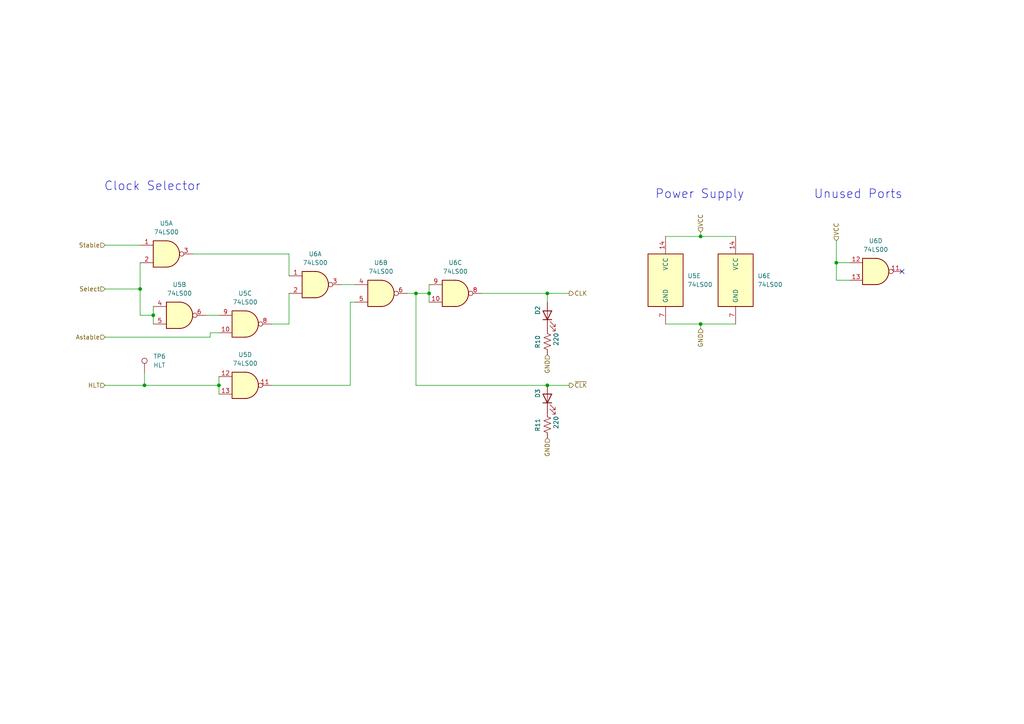
<source format=kicad_sch>
(kicad_sch (version 20250114) (generator "eeschema") (generator_version "9.0")
  (paper "A4")
  (lib_symbols
    (symbol "74xx:74LS00" (pin_names (offset 1.016))
      (property "Reference" "U" (at 0 1.27 0))
      (property "Value" "74LS00" (at 0 -1.27 0))
      (symbol "74LS00_1_1"
        (arc (start 0 3.81) (mid 3.7934 0) (end 0 -3.81) (stroke (width 0.254)) (fill (type background)))
        (polyline (pts (xy 0 3.81) (xy -3.81 3.81) (xy -3.81 -3.81) (xy 0 -3.81)) (stroke (width 0.254)) (fill (type background)))
        (pin input line (at -7.62 2.54 0) (length 3.81) (name "~") (number "1"))
        (pin input line (at -7.62 -2.54 0) (length 3.81) (name "~") (number "2"))
        (pin output inverted (at 7.62 0 180) (length 3.81) (name "~") (number "3"))
      )
      (symbol "74LS00_1_2"
        (arc (start -3.81 3.81) (mid -2.589 0) (end -3.81 -3.81) (stroke (width 0.254)))
        (polyline (pts (xy -3.81 3.81) (xy -0.635 3.81)) (stroke (width 0.254)) (fill (type background)))
        (polyline (pts (xy -3.81 -3.81) (xy -0.635 -3.81)) (stroke (width 0.254)) (fill (type background)))
        (arc (start 3.81 0) (mid 2.1855 -2.584) (end -0.6096 -3.81) (stroke (width 0.254)) (fill (type background)))
        (arc (start -0.6096 3.81) (mid 2.1928 2.5924) (end 3.81 0) (stroke (width 0.254)) (fill (type background)))
        (polyline (pts (xy -0.635 3.81) (xy -3.81 3.81) (xy -3.81 3.81) (xy -3.556 3.4036) (xy -3.0226 2.2606) (xy -2.6924 1.0414) (xy -2.6162 -0.254) (xy -2.7686 -1.4986) (xy -3.175 -2.7178) (xy -3.81 -3.81) (xy -3.81 -3.81) (xy -0.635 -3.81)) (stroke (width -25.4)) (fill (type background)))
        (pin input inverted (at -7.62 2.54 0) (length 4.318) (name "~") (number "1"))
        (pin input inverted (at -7.62 -2.54 0) (length 4.318) (name "~") (number "2"))
        (pin output line (at 7.62 0 180) (length 3.81) (name "~") (number "3"))
      )
      (symbol "74LS00_2_1"
        (arc (start 0 3.81) (mid 3.7934 0) (end 0 -3.81) (stroke (width 0.254)) (fill (type background)))
        (polyline (pts (xy 0 3.81) (xy -3.81 3.81) (xy -3.81 -3.81) (xy 0 -3.81)) (stroke (width 0.254)) (fill (type background)))
        (pin input line (at -7.62 2.54 0) (length 3.81) (name "~") (number "4"))
        (pin input line (at -7.62 -2.54 0) (length 3.81) (name "~") (number "5"))
        (pin output inverted (at 7.62 0 180) (length 3.81) (name "~") (number "6"))
      )
      (symbol "74LS00_2_2"
        (arc (start -3.81 3.81) (mid -2.589 0) (end -3.81 -3.81) (stroke (width 0.254)))
        (polyline (pts (xy -3.81 3.81) (xy -0.635 3.81)) (stroke (width 0.254)) (fill (type background)))
        (polyline (pts (xy -3.81 -3.81) (xy -0.635 -3.81)) (stroke (width 0.254)) (fill (type background)))
        (arc (start 3.81 0) (mid 2.1855 -2.584) (end -0.6096 -3.81) (stroke (width 0.254)) (fill (type background)))
        (arc (start -0.6096 3.81) (mid 2.1928 2.5924) (end 3.81 0) (stroke (width 0.254)) (fill (type background)))
        (polyline (pts (xy -0.635 3.81) (xy -3.81 3.81) (xy -3.81 3.81) (xy -3.556 3.4036) (xy -3.0226 2.2606) (xy -2.6924 1.0414) (xy -2.6162 -0.254) (xy -2.7686 -1.4986) (xy -3.175 -2.7178) (xy -3.81 -3.81) (xy -3.81 -3.81) (xy -0.635 -3.81)) (stroke (width -25.4)) (fill (type background)))
        (pin input inverted (at -7.62 2.54 0) (length 4.318) (name "~") (number "4"))
        (pin input inverted (at -7.62 -2.54 0) (length 4.318) (name "~") (number "5"))
        (pin output line (at 7.62 0 180) (length 3.81) (name "~") (number "6"))
      )
      (symbol "74LS00_3_1"
        (arc (start 0 3.81) (mid 3.7934 0) (end 0 -3.81) (stroke (width 0.254)) (fill (type background)))
        (polyline (pts (xy 0 3.81) (xy -3.81 3.81) (xy -3.81 -3.81) (xy 0 -3.81)) (stroke (width 0.254)) (fill (type background)))
        (pin input line (at -7.62 2.54 0) (length 3.81) (name "~") (number "9"))
        (pin input line (at -7.62 -2.54 0) (length 3.81) (name "~") (number "10"))
        (pin output inverted (at 7.62 0 180) (length 3.81) (name "~") (number "8"))
      )
      (symbol "74LS00_3_2"
        (arc (start -3.81 3.81) (mid -2.589 0) (end -3.81 -3.81) (stroke (width 0.254)))
        (polyline (pts (xy -3.81 3.81) (xy -0.635 3.81)) (stroke (width 0.254)) (fill (type background)))
        (polyline (pts (xy -3.81 -3.81) (xy -0.635 -3.81)) (stroke (width 0.254)) (fill (type background)))
        (arc (start 3.81 0) (mid 2.1855 -2.584) (end -0.6096 -3.81) (stroke (width 0.254)) (fill (type background)))
        (arc (start -0.6096 3.81) (mid 2.1928 2.5924) (end 3.81 0) (stroke (width 0.254)) (fill (type background)))
        (polyline (pts (xy -0.635 3.81) (xy -3.81 3.81) (xy -3.81 3.81) (xy -3.556 3.4036) (xy -3.0226 2.2606) (xy -2.6924 1.0414) (xy -2.6162 -0.254) (xy -2.7686 -1.4986) (xy -3.175 -2.7178) (xy -3.81 -3.81) (xy -3.81 -3.81) (xy -0.635 -3.81)) (stroke (width -25.4)) (fill (type background)))
        (pin input inverted (at -7.62 2.54 0) (length 4.318) (name "~") (number "9"))
        (pin input inverted (at -7.62 -2.54 0) (length 4.318) (name "~") (number "10"))
        (pin output line (at 7.62 0 180) (length 3.81) (name "~") (number "8"))
      )
      (symbol "74LS00_4_1"
        (arc (start 0 3.81) (mid 3.7934 0) (end 0 -3.81) (stroke (width 0.254)) (fill (type background)))
        (polyline (pts (xy 0 3.81) (xy -3.81 3.81) (xy -3.81 -3.81) (xy 0 -3.81)) (stroke (width 0.254)) (fill (type background)))
        (pin input line (at -7.62 2.54 0) (length 3.81) (name "~") (number "12"))
        (pin input line (at -7.62 -2.54 0) (length 3.81) (name "~") (number "13"))
        (pin output inverted (at 7.62 0 180) (length 3.81) (name "~") (number "11"))
      )
      (symbol "74LS00_4_2"
        (arc (start -3.81 3.81) (mid -2.589 0) (end -3.81 -3.81) (stroke (width 0.254)))
        (polyline (pts (xy -3.81 3.81) (xy -0.635 3.81)) (stroke (width 0.254)) (fill (type background)))
        (polyline (pts (xy -3.81 -3.81) (xy -0.635 -3.81)) (stroke (width 0.254)) (fill (type background)))
        (arc (start 3.81 0) (mid 2.1855 -2.584) (end -0.6096 -3.81) (stroke (width 0.254)) (fill (type background)))
        (arc (start -0.6096 3.81) (mid 2.1928 2.5924) (end 3.81 0) (stroke (width 0.254)) (fill (type background)))
        (polyline (pts (xy -0.635 3.81) (xy -3.81 3.81) (xy -3.81 3.81) (xy -3.556 3.4036) (xy -3.0226 2.2606) (xy -2.6924 1.0414) (xy -2.6162 -0.254) (xy -2.7686 -1.4986) (xy -3.175 -2.7178) (xy -3.81 -3.81) (xy -3.81 -3.81) (xy -0.635 -3.81)) (stroke (width -25.4)) (fill (type background)))
        (pin input inverted (at -7.62 2.54 0) (length 4.318) (name "~") (number "12"))
        (pin input inverted (at -7.62 -2.54 0) (length 4.318) (name "~") (number "13"))
        (pin output line (at 7.62 0 180) (length 3.81) (name "~") (number "11"))
      )
      (symbol "74LS00_5_0"
        (pin power_in line (at 0 12.7 270) (length 5.08) (name "VCC") (number "14"))
        (pin power_in line (at 0 -12.7 90) (length 5.08) (name "GND") (number "7"))
      )
      (symbol "74LS00_5_1"
        (rectangle (start -5.08 7.62) (end 5.08 -7.62) (stroke (width 0.254)) (fill (type background)))
      )
    )
    (symbol "Connector:TestPoint" (pin_numbers (hide yes)) (pin_names (offset 0.762) (hide yes))
      (property "Reference" "TP" (at 0 6.858 0))
      (property "Value" "TestPoint" (at 0 5.08 0))
      (symbol "TestPoint_0_1"
        (circle (center 0 3.302) (radius 0.762))
      )
      (symbol "TestPoint_1_1"
        (pin passive line (at 0 0 90) (length 2.54) (name "1") (number "1"))
      )
    )
    (symbol "Device:LED" (pin_numbers (hide yes)) (pin_names (offset 1.016) (hide yes))
      (property "Reference" "D" (at 0 2.54 0))
      (property "Value" "LED" (at 0 -2.54 0))
      (symbol "LED_0_1"
        (polyline (pts (xy -3.048 -0.762) (xy -4.572 -2.286) (xy -3.81 -2.286) (xy -4.572 -2.286) (xy -4.572 -1.524)))
        (polyline (pts (xy -1.778 -0.762) (xy -3.302 -2.286) (xy -2.54 -2.286) (xy -3.302 -2.286) (xy -3.302 -1.524)))
        (polyline (pts (xy -1.27 0) (xy 1.27 0)))
        (polyline (pts (xy -1.27 -1.27) (xy -1.27 1.27)) (stroke (width 0.254)))
        (polyline (pts (xy 1.27 -1.27) (xy 1.27 1.27) (xy -1.27 0) (xy 1.27 -1.27)) (stroke (width 0.254)))
      )
      (symbol "LED_1_1"
        (pin passive line (at -3.81 0 0) (length 2.54) (name "K") (number "1"))
        (pin passive line (at 3.81 0 180) (length 2.54) (name "A") (number "2"))
      )
    )
    (symbol "Device:R_US" (pin_numbers (hide yes)) (pin_names (offset 0))
      (property "Reference" "R" (at 2.54 0 90))
      (property "Value" "R_US" (at -2.54 0 90))
      (symbol "R_US_0_1"
        (polyline (pts (xy 0 2.286) (xy 0 2.54)))
        (polyline (pts (xy 0 2.286) (xy 1.016 1.905) (xy 0 1.524) (xy -1.016 1.143) (xy 0 0.762)))
        (polyline (pts (xy 0 0.762) (xy 1.016 0.381) (xy 0 0) (xy -1.016 -0.381) (xy 0 -0.762)))
        (polyline (pts (xy 0 -0.762) (xy 1.016 -1.143) (xy 0 -1.524) (xy -1.016 -1.905) (xy 0 -2.286)))
        (polyline (pts (xy 0 -2.286) (xy 0 -2.54)))
      )
      (symbol "R_US_1_1"
        (pin passive line (at 0 3.81 270) (length 1.27) (name "~") (number "1"))
        (pin passive line (at 0 -3.81 90) (length 1.27) (name "~") (number "2"))
      )
    )
  )
  (text "Power Supply" (at 202.946 56.388 0) (effects (font (size 2.54 2.54))))
  (text "Unused Ports" (at 248.92 56.388 0) (effects (font (size 2.54 2.54))))
  (text "Clock Selector" (at 44.196 54.102 0) (effects (font (size 2.54 2.54))))
  (junction (at 203.2 68.58))
  (junction (at 40.64 83.82))
  (junction (at 120.65 85.09))
  (junction (at 203.2 93.98))
  (junction (at 63.5 111.76))
  (junction (at 41.91 111.76))
  (junction (at 158.75 85.09))
  (junction (at 44.45 91.44))
  (junction (at 124.46 85.09))
  (junction (at 158.75 111.76))
  (junction (at 242.57 76.2))
  (no_connect (at 261.62 78.74))
  (wire (pts (xy 203.2 95.25) (xy 203.2 93.98)))
  (wire (pts (xy 40.64 83.82) (xy 40.64 91.44)))
  (wire (pts (xy 242.57 69.85) (xy 242.57 76.2)))
  (wire (pts (xy 41.91 111.76) (xy 63.5 111.76)))
  (wire (pts (xy 83.82 73.66) (xy 83.82 80.01)))
  (wire (pts (xy 78.74 93.98) (xy 83.82 93.98)))
  (wire (pts (xy 63.5 109.22) (xy 63.5 111.76)))
  (wire (pts (xy 242.57 76.2) (xy 242.57 81.28)))
  (wire (pts (xy 30.48 71.12) (xy 40.64 71.12)))
  (wire (pts (xy 203.2 68.58) (xy 213.36 68.58)))
  (wire (pts (xy 242.57 76.2) (xy 246.38 76.2)))
  (wire (pts (xy 124.46 85.09) (xy 124.46 82.55)))
  (wire (pts (xy 60.96 97.79) (xy 60.96 96.52)))
  (wire (pts (xy 203.2 67.31) (xy 203.2 68.58)))
  (wire (pts (xy 158.75 85.09) (xy 165.1 85.09)))
  (wire (pts (xy 101.6 111.76) (xy 101.6 87.63)))
  (wire (pts (xy 120.65 85.09) (xy 124.46 85.09)))
  (wire (pts (xy 30.48 83.82) (xy 40.64 83.82)))
  (wire (pts (xy 118.11 85.09) (xy 120.65 85.09)))
  (wire (pts (xy 41.91 107.95) (xy 41.91 111.76)))
  (wire (pts (xy 203.2 68.58) (xy 193.04 68.58)))
  (wire (pts (xy 139.7 85.09) (xy 158.75 85.09)))
  (wire (pts (xy 203.2 93.98) (xy 213.36 93.98)))
  (wire (pts (xy 30.48 111.76) (xy 41.91 111.76)))
  (wire (pts (xy 44.45 91.44) (xy 44.45 93.98)))
  (wire (pts (xy 44.45 88.9) (xy 44.45 91.44)))
  (wire (pts (xy 55.88 73.66) (xy 83.82 73.66)))
  (wire (pts (xy 101.6 87.63) (xy 102.87 87.63)))
  (wire (pts (xy 30.48 97.79) (xy 60.96 97.79)))
  (wire (pts (xy 124.46 85.09) (xy 124.46 87.63)))
  (wire (pts (xy 158.75 85.09) (xy 158.75 87.63)))
  (wire (pts (xy 83.82 85.09) (xy 83.82 93.98)))
  (wire (pts (xy 99.06 82.55) (xy 102.87 82.55)))
  (wire (pts (xy 193.04 93.98) (xy 203.2 93.98)))
  (wire (pts (xy 242.57 81.28) (xy 246.38 81.28)))
  (wire (pts (xy 40.64 76.2) (xy 40.64 83.82)))
  (wire (pts (xy 158.75 111.76) (xy 165.1 111.76)))
  (wire (pts (xy 60.96 96.52) (xy 63.5 96.52)))
  (wire (pts (xy 63.5 111.76) (xy 63.5 114.3)))
  (wire (pts (xy 120.65 111.76) (xy 158.75 111.76)))
  (wire (pts (xy 59.69 91.44) (xy 63.5 91.44)))
  (wire (pts (xy 78.74 111.76) (xy 101.6 111.76)))
  (wire (pts (xy 120.65 85.09) (xy 120.65 111.76)))
  (wire (pts (xy 40.64 91.44) (xy 44.45 91.44)))
  (hierarchical_label "GND" (shape input) (at 158.75 127 270))
  (hierarchical_label "CLK" (shape output) (at 165.1 85.09 0))
  (hierarchical_label "~{CLK}" (shape output) (at 165.1 111.76 0))
  (hierarchical_label "GND" (shape input) (at 158.75 102.87 270))
  (hierarchical_label "Stable" (shape input) (at 30.48 71.12 180))
  (hierarchical_label "VCC" (shape input) (at 203.2 67.31 90))
  (hierarchical_label "HLT" (shape input) (at 30.48 111.76 180))
  (hierarchical_label "Select" (shape input) (at 30.48 83.82 180))
  (hierarchical_label "VCC" (shape input) (at 242.57 69.85 90))
  (hierarchical_label "Astable" (shape input) (at 30.48 97.79 180))
  (hierarchical_label "GND" (shape input) (at 203.2 95.25 270))
  (symbol (lib_id "Device:LED") (at 158.75 91.44 90) (unit 1)
    (property "Reference" "D2" (at 155.956 88.646 0) (effects (justify right)))
    (property "Value" "BLUE" (effects (hide yes)))
    (property "Footprint" "LED_THT:LED_D5.0mm" (effects (hide yes)))
    (property "Description" "Light emitting diode" (effects (hide yes)))
    (property "Sim.Pins" "1=K 2=A" (effects (hide yes)))
  )
  (symbol (lib_id "74xx:74LS00") (at 71.12 93.98 0) (unit 3)
    (property "Reference" "U5" (at 71.1117 85.09 0))
    (property "Value" "74LS00" (at 71.1117 87.63 0))
    (property "Footprint" "Package_DIP:DIP-14_W7.62mm" (effects (hide yes)))
    (property "Datasheet" "http://www.ti.com/lit/gpn/sn74ls00" (effects (hide yes)))
    (property "Description" "quad 2-input NAND gate" (effects (hide yes)))
  )
  (symbol (lib_id "74xx:74LS00") (at 48.26 73.66 0) (unit 1)
    (property "Reference" "U5" (at 48.2517 64.77 0))
    (property "Value" "74LS00" (at 48.2517 67.31 0))
    (property "Footprint" "Package_DIP:DIP-14_W7.62mm" (effects (hide yes)))
    (property "Datasheet" "http://www.ti.com/lit/gpn/sn74ls00" (effects (hide yes)))
    (property "Description" "quad 2-input NAND gate" (effects (hide yes)))
  )
  (symbol (lib_id "74xx:74LS00") (at 213.36 81.28 0) (unit 5)
    (property "Reference" "U6" (at 219.71 80.0099 0) (effects (justify left)))
    (property "Value" "74LS00" (at 219.71 82.5499 0) (effects (justify left)))
    (property "Footprint" "Package_DIP:DIP-14_W7.62mm" (effects (hide yes)))
    (property "Datasheet" "http://www.ti.com/lit/gpn/sn74ls00" (effects (hide yes)))
    (property "Description" "quad 2-input NAND gate" (effects (hide yes)))
  )
  (symbol (lib_id "74xx:74LS00") (at 71.12 111.76 0) (unit 4)
    (property "Reference" "U5" (at 71.1117 102.87 0))
    (property "Value" "74LS00" (at 71.1117 105.41 0))
    (property "Footprint" "Package_DIP:DIP-14_W7.62mm" (effects (hide yes)))
    (property "Datasheet" "http://www.ti.com/lit/gpn/sn74ls00" (effects (hide yes)))
    (property "Description" "quad 2-input NAND gate" (effects (hide yes)))
  )
  (symbol (lib_id "74xx:74LS00") (at 52.07 91.44 0) (unit 2)
    (property "Reference" "U5" (at 52.0617 82.55 0))
    (property "Value" "74LS00" (at 52.0617 85.09 0))
    (property "Footprint" "Package_DIP:DIP-14_W7.62mm" (effects (hide yes)))
    (property "Datasheet" "http://www.ti.com/lit/gpn/sn74ls00" (effects (hide yes)))
    (property "Description" "quad 2-input NAND gate" (effects (hide yes)))
  )
  (symbol (lib_id "74xx:74LS00") (at 132.08 85.09 0) (unit 3)
    (property "Reference" "U6" (at 132.0717 76.2 0))
    (property "Value" "74LS00" (at 132.0717 78.74 0))
    (property "Footprint" "Package_DIP:DIP-14_W7.62mm" (effects (hide yes)))
    (property "Datasheet" "http://www.ti.com/lit/gpn/sn74ls00" (effects (hide yes)))
    (property "Description" "quad 2-input NAND gate" (effects (hide yes)))
  )
  (symbol (lib_id "74xx:74LS00") (at 193.04 81.28 0) (unit 5)
    (property "Reference" "U5" (at 199.39 80.0099 0) (effects (justify left)))
    (property "Value" "74LS00" (at 199.39 82.5499 0) (effects (justify left)))
    (property "Footprint" "Package_DIP:DIP-14_W7.62mm" (effects (hide yes)))
    (property "Datasheet" "http://www.ti.com/lit/gpn/sn74ls00" (effects (hide yes)))
    (property "Description" "quad 2-input NAND gate" (effects (hide yes)))
  )
  (symbol (lib_id "74xx:74LS00") (at 91.44 82.55 0) (unit 1)
    (property "Reference" "U6" (at 91.4317 73.66 0))
    (property "Value" "74LS00" (at 91.4317 76.2 0))
    (property "Footprint" "Package_DIP:DIP-14_W7.62mm" (effects (hide yes)))
    (property "Datasheet" "http://www.ti.com/lit/gpn/sn74ls00" (effects (hide yes)))
    (property "Description" "quad 2-input NAND gate" (effects (hide yes)))
  )
  (symbol (lib_id "74xx:74LS00") (at 254 78.74 0) (unit 4)
    (property "Reference" "U6" (at 253.9917 69.85 0))
    (property "Value" "74LS00" (at 253.9917 72.39 0))
    (property "Footprint" "Package_DIP:DIP-14_W7.62mm" (effects (hide yes)))
    (property "Datasheet" "http://www.ti.com/lit/gpn/sn74ls00" (effects (hide yes)))
    (property "Description" "quad 2-input NAND gate" (effects (hide yes)))
  )
  (symbol (lib_id "74xx:74LS00") (at 110.49 85.09 0) (unit 2)
    (property "Reference" "U6" (at 110.4817 76.2 0))
    (property "Value" "74LS00" (at 110.4817 78.74 0))
    (property "Footprint" "Package_DIP:DIP-14_W7.62mm" (effects (hide yes)))
    (property "Datasheet" "http://www.ti.com/lit/gpn/sn74ls00" (effects (hide yes)))
    (property "Description" "quad 2-input NAND gate" (effects (hide yes)))
  )
  (symbol (lib_id "Device:LED") (at 158.75 115.57 90) (unit 1)
    (property "Reference" "D3" (at 155.956 112.776 0) (effects (justify right)))
    (property "Value" "BLUE" (effects (hide yes)))
    (property "Footprint" "LED_THT:LED_D5.0mm" (effects (hide yes)))
    (property "Description" "Light emitting diode" (effects (hide yes)))
    (property "Sim.Pins" "1=K 2=A" (effects (hide yes)))
  )
  (symbol (lib_id "Device:R_US") (at 158.75 123.19 0) (unit 1)
    (property "Reference" "R11" (at 155.956 125.222 90) (effects (justify left)))
    (property "Value" "220" (at 161.29 124.4599 90) (effects (justify left)))
    (property "Footprint" "Resistor_THT:R_Axial_DIN0207_L6.3mm_D2.5mm_P10.16mm_Horizontal" (effects (hide yes)))
    (property "Description" "Resistor, US symbol" (effects (hide yes)))
  )
  (symbol (lib_id "Connector:TestPoint") (at 41.91 107.95 0) (unit 1)
    (property "Reference" "TP6" (at 44.45 103.3779 0) (effects (justify left)))
    (property "Value" "HLT" (at 44.45 105.9179 0) (effects (justify left)))
    (property "Footprint" "TestPoint:TestPoint_Loop_D3.50mm_Drill0.9mm_Beaded" (effects (hide yes)))
    (property "Description" "test point" (effects (hide yes)))
  )
  (symbol (lib_id "Device:R_US") (at 158.75 99.06 0) (unit 1)
    (property "Reference" "R10" (at 155.956 101.092 90) (effects (justify left)))
    (property "Value" "220" (at 161.29 100.3299 90) (effects (justify left)))
    (property "Footprint" "Resistor_THT:R_Axial_DIN0207_L6.3mm_D2.5mm_P10.16mm_Horizontal" (effects (hide yes)))
    (property "Description" "Resistor, US symbol" (effects (hide yes)))
  )
)
</source>
